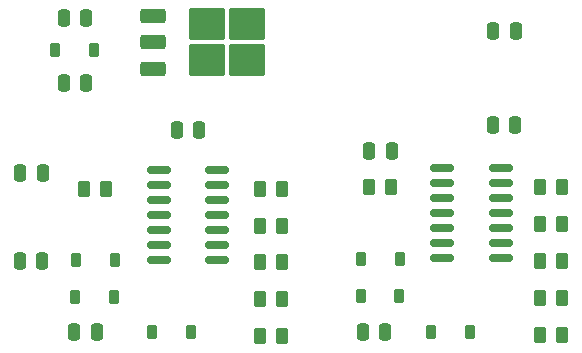
<source format=gbr>
%TF.GenerationSoftware,KiCad,Pcbnew,8.0.8*%
%TF.CreationDate,2025-02-20T20:43:13-06:00*%
%TF.ProjectId,peak-read-amp,7065616b-2d72-4656-9164-2d616d702e6b,rev?*%
%TF.SameCoordinates,Original*%
%TF.FileFunction,Paste,Top*%
%TF.FilePolarity,Positive*%
%FSLAX46Y46*%
G04 Gerber Fmt 4.6, Leading zero omitted, Abs format (unit mm)*
G04 Created by KiCad (PCBNEW 8.0.8) date 2025-02-20 20:43:13*
%MOMM*%
%LPD*%
G01*
G04 APERTURE LIST*
G04 Aperture macros list*
%AMRoundRect*
0 Rectangle with rounded corners*
0 $1 Rounding radius*
0 $2 $3 $4 $5 $6 $7 $8 $9 X,Y pos of 4 corners*
0 Add a 4 corners polygon primitive as box body*
4,1,4,$2,$3,$4,$5,$6,$7,$8,$9,$2,$3,0*
0 Add four circle primitives for the rounded corners*
1,1,$1+$1,$2,$3*
1,1,$1+$1,$4,$5*
1,1,$1+$1,$6,$7*
1,1,$1+$1,$8,$9*
0 Add four rect primitives between the rounded corners*
20,1,$1+$1,$2,$3,$4,$5,0*
20,1,$1+$1,$4,$5,$6,$7,0*
20,1,$1+$1,$6,$7,$8,$9,0*
20,1,$1+$1,$8,$9,$2,$3,0*%
G04 Aperture macros list end*
%ADD10RoundRect,0.250000X-0.262500X-0.450000X0.262500X-0.450000X0.262500X0.450000X-0.262500X0.450000X0*%
%ADD11RoundRect,0.250000X0.250000X0.475000X-0.250000X0.475000X-0.250000X-0.475000X0.250000X-0.475000X0*%
%ADD12RoundRect,0.225000X-0.225000X-0.375000X0.225000X-0.375000X0.225000X0.375000X-0.225000X0.375000X0*%
%ADD13RoundRect,0.250000X-0.250000X-0.475000X0.250000X-0.475000X0.250000X0.475000X-0.250000X0.475000X0*%
%ADD14RoundRect,0.250000X0.262500X0.450000X-0.262500X0.450000X-0.262500X-0.450000X0.262500X-0.450000X0*%
%ADD15RoundRect,0.150000X-0.825000X-0.150000X0.825000X-0.150000X0.825000X0.150000X-0.825000X0.150000X0*%
%ADD16RoundRect,0.225000X0.225000X0.375000X-0.225000X0.375000X-0.225000X-0.375000X0.225000X-0.375000X0*%
%ADD17RoundRect,0.250000X-0.850000X-0.350000X0.850000X-0.350000X0.850000X0.350000X-0.850000X0.350000X0*%
%ADD18RoundRect,0.250000X-1.275000X-1.125000X1.275000X-1.125000X1.275000X1.125000X-1.275000X1.125000X0*%
G04 APERTURE END LIST*
D10*
%TO.C,R8*%
X109337500Y-129100000D03*
X111162500Y-129100000D03*
%TD*%
%TO.C,R5*%
X133087500Y-122750000D03*
X134912500Y-122750000D03*
%TD*%
D11*
%TO.C,C3*%
X94647500Y-113897500D03*
X92747500Y-113897500D03*
%TD*%
D12*
%TO.C,D4*%
X93745000Y-128900000D03*
X97045000Y-128900000D03*
%TD*%
D10*
%TO.C,R11*%
X109337500Y-122850000D03*
X111162500Y-122850000D03*
%TD*%
%TO.C,R2*%
X133087500Y-129000000D03*
X134912500Y-129000000D03*
%TD*%
D12*
%TO.C,D6*%
X100200000Y-135000000D03*
X103500000Y-135000000D03*
%TD*%
D13*
%TO.C,C4*%
X89000000Y-129000000D03*
X90900000Y-129000000D03*
%TD*%
%TO.C,C8*%
X102300000Y-117850000D03*
X104200000Y-117850000D03*
%TD*%
D14*
%TO.C,R12*%
X111162500Y-125975000D03*
X109337500Y-125975000D03*
%TD*%
D10*
%TO.C,R3*%
X133087500Y-132125000D03*
X134912500Y-132125000D03*
%TD*%
D11*
%TO.C,C9*%
X120485000Y-119630000D03*
X118585000Y-119630000D03*
%TD*%
%TO.C,C10*%
X130950000Y-117500000D03*
X129050000Y-117500000D03*
%TD*%
D13*
%TO.C,C5*%
X89050000Y-121500000D03*
X90950000Y-121500000D03*
%TD*%
D11*
%TO.C,C7*%
X95500000Y-135000000D03*
X93600000Y-135000000D03*
%TD*%
D12*
%TO.C,D1*%
X117895000Y-128800000D03*
X121195000Y-128800000D03*
%TD*%
D11*
%TO.C,C6*%
X119950000Y-135000000D03*
X118050000Y-135000000D03*
%TD*%
D15*
%TO.C,U2*%
X124760000Y-121130000D03*
X124760000Y-122400000D03*
X124760000Y-123670000D03*
X124760000Y-124940000D03*
X124760000Y-126210000D03*
X124760000Y-127480000D03*
X124760000Y-128750000D03*
X129710000Y-128750000D03*
X129710000Y-127480000D03*
X129710000Y-126210000D03*
X129710000Y-124940000D03*
X129710000Y-123670000D03*
X129710000Y-122400000D03*
X129710000Y-121130000D03*
%TD*%
D16*
%TO.C,D5*%
X97000000Y-132025000D03*
X93700000Y-132025000D03*
%TD*%
D14*
%TO.C,R6*%
X134912500Y-125875000D03*
X133087500Y-125875000D03*
%TD*%
D16*
%TO.C,D2*%
X121150000Y-131925000D03*
X117850000Y-131925000D03*
%TD*%
D12*
%TO.C,D3*%
X123850000Y-135000000D03*
X127150000Y-135000000D03*
%TD*%
D10*
%TO.C,R9*%
X109337500Y-135350000D03*
X111162500Y-135350000D03*
%TD*%
%TO.C,R4*%
X133087500Y-135250000D03*
X134912500Y-135250000D03*
%TD*%
D11*
%TO.C,C11*%
X131000000Y-109500000D03*
X129100000Y-109500000D03*
%TD*%
D10*
%TO.C,R10*%
X109337500Y-132225000D03*
X111162500Y-132225000D03*
%TD*%
D17*
%TO.C,U1*%
X100250000Y-108190000D03*
X100250000Y-110470000D03*
D18*
X104875000Y-108945000D03*
X104875000Y-111995000D03*
X108225000Y-108945000D03*
X108225000Y-111995000D03*
D17*
X100250000Y-112750000D03*
%TD*%
D11*
%TO.C,C1*%
X94647500Y-108397500D03*
X92747500Y-108397500D03*
%TD*%
D10*
%TO.C,R7*%
X94460000Y-122850000D03*
X96285000Y-122850000D03*
%TD*%
%TO.C,R1*%
X118610000Y-122750000D03*
X120435000Y-122750000D03*
%TD*%
D15*
%TO.C,U3*%
X100775000Y-121230000D03*
X100775000Y-122500000D03*
X100775000Y-123770000D03*
X100775000Y-125040000D03*
X100775000Y-126310000D03*
X100775000Y-127580000D03*
X100775000Y-128850000D03*
X105725000Y-128850000D03*
X105725000Y-127580000D03*
X105725000Y-126310000D03*
X105725000Y-125040000D03*
X105725000Y-123770000D03*
X105725000Y-122500000D03*
X105725000Y-121230000D03*
%TD*%
D16*
%TO.C,D7*%
X95325000Y-111147500D03*
X92025000Y-111147500D03*
%TD*%
M02*

</source>
